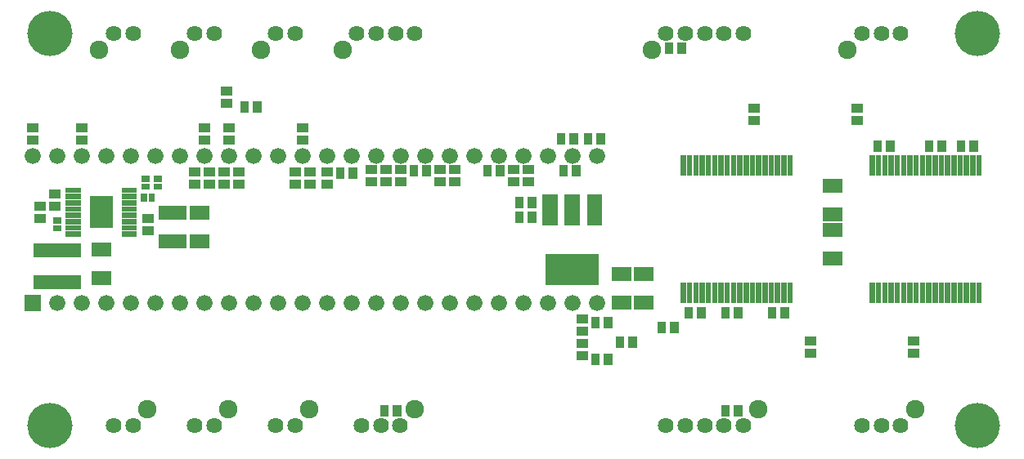
<source format=gbr>
G04 start of page 9 for group -4062 idx -4062 *
G04 Title: board, soldermask *
G04 Creator: pcb 20140316 *
G04 CreationDate: Mon 15 Jan 2018 01:30:57 AM GMT UTC *
G04 For: brian *
G04 Format: Gerber/RS-274X *
G04 PCB-Dimensions (mil): 6000.00 5000.00 *
G04 PCB-Coordinate-Origin: lower left *
%MOIN*%
%FSLAX25Y25*%
%LNBOTTOMMASK*%
%ADD138R,0.0100X0.0100*%
%ADD137R,0.0949X0.0949*%
%ADD136R,0.0550X0.0550*%
%ADD135R,0.0572X0.0572*%
%ADD134R,0.0257X0.0257*%
%ADD133R,0.1280X0.1280*%
%ADD132R,0.0217X0.0217*%
%ADD131R,0.0620X0.0620*%
%ADD130R,0.0355X0.0355*%
%ADD129C,0.0660*%
%ADD128C,0.0001*%
%ADD127C,0.0757*%
%ADD126C,0.1850*%
%ADD125C,0.0640*%
G54D125*X468126Y150000D03*
X476000D03*
X483874D03*
G54D126*X515000D03*
G54D127*X489780Y156693D03*
G54D125*X483874Y310000D03*
X476000D03*
X468126D03*
G54D127*X462220Y303307D03*
G54D125*X404000Y150000D03*
X411874D03*
X419748D03*
G54D127*X425654Y156693D03*
G54D125*X419748Y310000D03*
X411874D03*
X404000D03*
G54D126*X515000D03*
G54D125*X396126D03*
X388252D03*
G54D127*X382346Y303307D03*
G54D125*X264126Y150000D03*
X272000D03*
X279874D03*
G54D127*X285780Y156693D03*
G54D125*X388252Y150000D03*
X396126D03*
G54D126*X137000D03*
G54D125*X163063D03*
X170937D03*
G54D127*X176843Y156693D03*
G54D125*X229063Y150000D03*
X196063D03*
X203937D03*
G54D127*X209843Y156693D03*
G54D125*X236937Y150000D03*
G54D127*X242843Y156693D03*
G54D128*G36*
X126700Y203300D02*Y196700D01*
X133300D01*
Y203300D01*
X126700D01*
G37*
G54D129*X140000Y200000D03*
X150000D03*
X160000D03*
X170000D03*
X180000D03*
X190000D03*
X200000D03*
X210000D03*
X220000D03*
X230000D03*
X240000D03*
X250000D03*
X260000D03*
X270000D03*
X280000D03*
X290000D03*
X300000D03*
X310000D03*
X320000D03*
X330000D03*
X340000D03*
X350000D03*
X360000D03*
Y260000D03*
X350000D03*
X340000D03*
X330000D03*
X320000D03*
X310000D03*
X300000D03*
X290000D03*
X280000D03*
X270000D03*
X260000D03*
X250000D03*
X240000D03*
X230000D03*
X220000D03*
X210000D03*
X200000D03*
X190000D03*
X180000D03*
X170000D03*
X160000D03*
X150000D03*
X140000D03*
X130000D03*
G54D126*X137000Y310000D03*
G54D125*X163063D03*
G54D127*X157157Y303307D03*
G54D125*X236937Y310000D03*
X229063D03*
G54D127*X223157Y303307D03*
G54D125*X203937Y310000D03*
X196063D03*
G54D127*X190157Y303307D03*
G54D125*X170937Y310000D03*
X285811D03*
X277937D03*
X270063D03*
X262189D03*
G54D127*X256283Y303307D03*
G54D130*X278559Y156492D02*Y155508D01*
X273441Y156492D02*Y155508D01*
X325508Y254559D02*X326492D01*
X331508D02*X332492D01*
X351559Y254492D02*Y253508D01*
X346441Y254492D02*Y253508D01*
X325508Y249441D02*X326492D01*
X331508D02*X332492D01*
G54D131*X350000Y241300D02*Y234700D01*
X359100Y241300D02*Y234700D01*
X341000Y241300D02*Y234700D01*
G54D130*X333559Y241492D02*Y240508D01*
X328441Y241492D02*Y240508D01*
X333559Y235492D02*Y234508D01*
X328441Y235492D02*Y234508D01*
G54D132*X425957Y207067D02*Y200965D01*
X428516Y207067D02*Y200965D01*
X431075Y207067D02*Y200965D01*
X433634Y207067D02*Y200965D01*
X436193Y207067D02*Y200965D01*
G54D130*X353508Y188441D02*X354492D01*
X364559Y177492D02*Y176508D01*
X359441Y177492D02*Y176508D01*
X353508Y178441D02*X354492D01*
X353508Y183559D02*X354492D01*
G54D133*X345500Y213600D02*X354500D01*
G54D130*X315441Y254492D02*Y253508D01*
X320559Y254492D02*Y253508D01*
X301508Y254559D02*X302492D01*
X301508Y249441D02*X302492D01*
X285441Y254492D02*Y253508D01*
X290559Y254492D02*Y253508D01*
X295508Y254559D02*X296492D01*
X295508Y249441D02*X296492D01*
X267508D02*X268492D01*
X267508Y254559D02*X268492D01*
X273508D02*X274492D01*
X279508D02*X280492D01*
X273508Y249441D02*X274492D01*
X279508D02*X280492D01*
X345441Y267492D02*Y266508D01*
X350559Y267492D02*Y266508D01*
X361559Y267492D02*Y266508D01*
X356441Y267492D02*Y266508D01*
X129508Y266441D02*X130492D01*
X129508Y271559D02*X130492D01*
X149508Y266441D02*X150492D01*
X149508Y271559D02*X150492D01*
X199508D02*X200492D01*
X199508Y266441D02*X200492D01*
X209508Y271559D02*X210492D01*
X209508Y266441D02*X210492D01*
X239508Y271559D02*X240492D01*
X239508Y266441D02*X240492D01*
X221559Y280492D02*Y279508D01*
X216441Y280492D02*Y279508D01*
X208508Y281441D02*X209492D01*
X208508Y286559D02*X209492D01*
X423508Y274441D02*X424492D01*
X423508Y279559D02*X424492D01*
X389441Y304492D02*Y303508D01*
X394559Y304492D02*Y303508D01*
X207508Y253559D02*X208492D01*
X207508Y248441D02*X208492D01*
X201508Y253559D02*X202492D01*
X201508Y248441D02*X202492D01*
X213508Y253559D02*X214492D01*
X213508Y248441D02*X214492D01*
X242508Y253559D02*X243492D01*
X249508D02*X250492D01*
X260559Y253492D02*Y252508D01*
X255441Y253492D02*Y252508D01*
X242508Y248441D02*X243492D01*
X249508D02*X250492D01*
X236508Y253559D02*X237492D01*
X236508Y248441D02*X237492D01*
X195508Y253559D02*X196492D01*
X195508Y248441D02*X196492D01*
G54D134*X175607Y250574D02*X176393D01*
X180607D02*X181393D01*
G54D135*X156819Y210095D02*X159181D01*
G54D136*X133050Y208500D02*X146950D01*
G54D135*X156819Y221905D02*X159181D01*
G54D137*X158000Y238732D02*Y235268D01*
G54D138*Y240150D02*Y233850D01*
G54D136*X133050Y221500D02*X146950D01*
G54D132*X144516Y228043D02*X148650D01*
G54D134*X139607Y230426D02*X140393D01*
X139607Y233574D02*X140393D01*
G54D132*X144516Y230602D02*X148650D01*
X144516Y233161D02*X148650D01*
X144516Y235720D02*X148650D01*
G54D130*X138508Y239441D02*X139492D01*
X138508Y244559D02*X139492D01*
X132508Y239559D02*X133492D01*
X132508Y234441D02*X133492D01*
G54D132*X144516Y238280D02*X148650D01*
X144516Y240839D02*X148650D01*
X144516Y243398D02*X148650D01*
X144516Y245957D02*X148650D01*
G54D135*X196819Y236905D02*X199181D01*
X196819Y225095D02*X199181D01*
X184245Y236905D02*X189755D01*
X184245Y225095D02*X189755D01*
G54D130*X176508Y234559D02*X177492D01*
X176508Y229441D02*X177492D01*
G54D134*X178574Y243393D02*Y242607D01*
X175426Y243393D02*Y242607D01*
X175607Y247426D02*X176393D01*
G54D132*X167350Y245957D02*X171484D01*
X167350Y243398D02*X171484D01*
G54D134*X180607Y247426D02*X181393D01*
G54D132*X167350Y240839D02*X171484D01*
X167350Y238280D02*X171484D01*
X167350Y235720D02*X171484D01*
X167350Y233161D02*X171484D01*
X167350Y230602D02*X171484D01*
X167350Y228043D02*X171484D01*
G54D130*X446508Y184559D02*X447492D01*
X446508Y179441D02*X447492D01*
G54D135*X454819Y218095D02*X457181D01*
X454819Y229905D02*X457181D01*
G54D132*X472248Y207067D02*Y200965D01*
G54D130*X488508Y184559D02*X489492D01*
X488508Y179441D02*X489492D01*
G54D132*X479925Y207067D02*Y200965D01*
X477366Y207067D02*Y200965D01*
X474807Y207067D02*Y200965D01*
X482484Y207067D02*Y200965D01*
X490161Y207067D02*Y200965D01*
X487602Y207067D02*Y200965D01*
X485043Y207067D02*Y200965D01*
X515752Y207067D02*Y200965D01*
X513193Y207067D02*Y200965D01*
X510634Y207067D02*Y200965D01*
X508075Y207067D02*Y200965D01*
X505516Y207067D02*Y200965D01*
X502957Y207067D02*Y200965D01*
X500398Y207067D02*Y200965D01*
X497839Y207067D02*Y200965D01*
X495280Y207067D02*Y200965D01*
X492720Y207067D02*Y200965D01*
X482484Y259035D02*Y252933D01*
X479925Y259035D02*Y252933D01*
X477366Y259035D02*Y252933D01*
G54D130*X474441Y264492D02*Y263508D01*
X479559Y264492D02*Y263508D01*
G54D132*X474807Y259035D02*Y252933D01*
X472248Y259035D02*Y252933D01*
G54D130*X513559Y264492D02*Y263508D01*
X495441Y264492D02*Y263508D01*
G54D132*X502957Y259035D02*Y252933D01*
X500398Y259035D02*Y252933D01*
X497839Y259035D02*Y252933D01*
X495280Y259035D02*Y252933D01*
X492720Y259035D02*Y252933D01*
X490161Y259035D02*Y252933D01*
X487602Y259035D02*Y252933D01*
X485043Y259035D02*Y252933D01*
G54D130*X508441Y264492D02*Y263508D01*
X500559Y264492D02*Y263508D01*
G54D132*X515752Y259035D02*Y252933D01*
X513193Y259035D02*Y252933D01*
X510634Y259035D02*Y252933D01*
X508075Y259035D02*Y252933D01*
X505516Y259035D02*Y252933D01*
G54D130*X465508Y274441D02*X466492D01*
X465508Y279559D02*X466492D01*
G54D135*X377819Y211905D02*X380181D01*
X368819D02*X371181D01*
G54D130*X353508Y193559D02*X354492D01*
X364559Y192492D02*Y191508D01*
X359441Y192492D02*Y191508D01*
X369441Y184492D02*Y183508D01*
X374559Y184492D02*Y183508D01*
G54D135*X377819Y200095D02*X380181D01*
X368819D02*X371181D01*
G54D130*X417559Y156492D02*Y155508D01*
X412441Y156492D02*Y155508D01*
G54D135*X454819Y247905D02*X457181D01*
X454819Y236095D02*X457181D01*
G54D132*X438752Y207067D02*Y200965D01*
X395248Y259035D02*Y252933D01*
X397807Y259035D02*Y252933D01*
X400366Y259035D02*Y252933D01*
X402925Y259035D02*Y252933D01*
X405484Y259035D02*Y252933D01*
X408043Y259035D02*Y252933D01*
X410602Y259035D02*Y252933D01*
X413161Y259035D02*Y252933D01*
X415720Y259035D02*Y252933D01*
X418280Y259035D02*Y252933D01*
X420839Y259035D02*Y252933D01*
X423398Y259035D02*Y252933D01*
X425957Y259035D02*Y252933D01*
X428516Y259035D02*Y252933D01*
X431075Y259035D02*Y252933D01*
X433634Y259035D02*Y252933D01*
X436193Y259035D02*Y252933D01*
X438752Y259035D02*Y252933D01*
G54D130*X386441Y190492D02*Y189508D01*
X436559Y196492D02*Y195508D01*
X431441Y196492D02*Y195508D01*
X391559Y190492D02*Y189508D01*
X397441Y196492D02*Y195508D01*
X402559Y196492D02*Y195508D01*
G54D132*X395248Y207067D02*Y200965D01*
X397807Y207067D02*Y200965D01*
X400366Y207067D02*Y200965D01*
X402925Y207067D02*Y200965D01*
X405484Y207067D02*Y200965D01*
X408043Y207067D02*Y200965D01*
X420839Y207067D02*Y200965D01*
X423398Y207067D02*Y200965D01*
G54D130*X417559Y196492D02*Y195508D01*
X412441Y196492D02*Y195508D01*
G54D132*X410602Y207067D02*Y200965D01*
X413161Y207067D02*Y200965D01*
X415720Y207067D02*Y200965D01*
X418280Y207067D02*Y200965D01*
M02*

</source>
